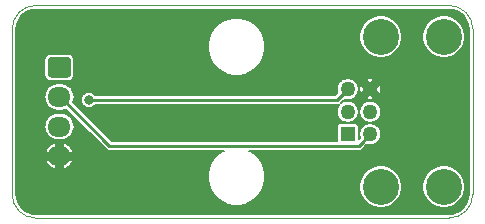
<source format=gbl>
G04 #@! TF.GenerationSoftware,KiCad,Pcbnew,(6.0.0-rc1-dev-1-g01c5bdfb8)*
G04 #@! TF.CreationDate,2019-01-02T15:00:54+01:00*
G04 #@! TF.ProjectId,nunchuk_breakout,6E756E6368756B5F627265616B6F7574,rev?*
G04 #@! TF.SameCoordinates,Original*
G04 #@! TF.FileFunction,Copper,L2,Bot,Signal*
G04 #@! TF.FilePolarity,Positive*
%FSLAX46Y46*%
G04 Gerber Fmt 4.6, Leading zero omitted, Abs format (unit mm)*
G04 Created by KiCad (PCBNEW (6.0.0-rc1-dev-1-g01c5bdfb8)) date Wed Jan  2 15:00:54 2019*
%MOMM*%
%LPD*%
G01*
G04 APERTURE LIST*
G04 #@! TA.AperFunction,NonConductor*
%ADD10C,0.100000*%
G04 #@! TD*
G04 #@! TA.AperFunction,Conductor*
%ADD11C,0.100000*%
G04 #@! TD*
G04 #@! TA.AperFunction,ComponentPad*
%ADD12C,1.700000*%
G04 #@! TD*
G04 #@! TA.AperFunction,ComponentPad*
%ADD13O,1.950000X1.700000*%
G04 #@! TD*
G04 #@! TA.AperFunction,ComponentPad*
%ADD14R,1.270000X1.270000*%
G04 #@! TD*
G04 #@! TA.AperFunction,ComponentPad*
%ADD15C,1.270000*%
G04 #@! TD*
G04 #@! TA.AperFunction,ComponentPad*
%ADD16C,3.048000*%
G04 #@! TD*
G04 #@! TA.AperFunction,ViaPad*
%ADD17C,0.800000*%
G04 #@! TD*
G04 #@! TA.AperFunction,Conductor*
%ADD18C,0.250000*%
G04 #@! TD*
G04 #@! TA.AperFunction,Conductor*
%ADD19C,0.200000*%
G04 #@! TD*
G04 APERTURE END LIST*
D10*
X133000000Y-91000000D02*
G75*
G02X135000000Y-93000000I0J-2000000D01*
G01*
X135000000Y-107000000D02*
G75*
G02X133000000Y-109000000I-2000000J0D01*
G01*
X98000000Y-109000000D02*
G75*
G02X96000000Y-107000000I0J2000000D01*
G01*
X96000000Y-93000000D02*
G75*
G02X98000000Y-91000000I2000000J0D01*
G01*
X135000000Y-107000000D02*
X135000000Y-93000000D01*
X98000000Y-109000000D02*
X133000000Y-109000000D01*
X96000000Y-93000000D02*
X96000000Y-107000000D01*
X133000000Y-91000000D02*
X98000000Y-91000000D01*
D11*
G04 #@! TO.N,VDD*
G04 #@! TO.C,J2*
G36*
X100749504Y-95401204D02*
X100773773Y-95404804D01*
X100797571Y-95410765D01*
X100820671Y-95419030D01*
X100842849Y-95429520D01*
X100863893Y-95442133D01*
X100883598Y-95456747D01*
X100901777Y-95473223D01*
X100918253Y-95491402D01*
X100932867Y-95511107D01*
X100945480Y-95532151D01*
X100955970Y-95554329D01*
X100964235Y-95577429D01*
X100970196Y-95601227D01*
X100973796Y-95625496D01*
X100975000Y-95650000D01*
X100975000Y-96850000D01*
X100973796Y-96874504D01*
X100970196Y-96898773D01*
X100964235Y-96922571D01*
X100955970Y-96945671D01*
X100945480Y-96967849D01*
X100932867Y-96988893D01*
X100918253Y-97008598D01*
X100901777Y-97026777D01*
X100883598Y-97043253D01*
X100863893Y-97057867D01*
X100842849Y-97070480D01*
X100820671Y-97080970D01*
X100797571Y-97089235D01*
X100773773Y-97095196D01*
X100749504Y-97098796D01*
X100725000Y-97100000D01*
X99275000Y-97100000D01*
X99250496Y-97098796D01*
X99226227Y-97095196D01*
X99202429Y-97089235D01*
X99179329Y-97080970D01*
X99157151Y-97070480D01*
X99136107Y-97057867D01*
X99116402Y-97043253D01*
X99098223Y-97026777D01*
X99081747Y-97008598D01*
X99067133Y-96988893D01*
X99054520Y-96967849D01*
X99044030Y-96945671D01*
X99035765Y-96922571D01*
X99029804Y-96898773D01*
X99026204Y-96874504D01*
X99025000Y-96850000D01*
X99025000Y-95650000D01*
X99026204Y-95625496D01*
X99029804Y-95601227D01*
X99035765Y-95577429D01*
X99044030Y-95554329D01*
X99054520Y-95532151D01*
X99067133Y-95511107D01*
X99081747Y-95491402D01*
X99098223Y-95473223D01*
X99116402Y-95456747D01*
X99136107Y-95442133D01*
X99157151Y-95429520D01*
X99179329Y-95419030D01*
X99202429Y-95410765D01*
X99226227Y-95404804D01*
X99250496Y-95401204D01*
X99275000Y-95400000D01*
X100725000Y-95400000D01*
X100749504Y-95401204D01*
X100749504Y-95401204D01*
G37*
D12*
G04 #@! TD*
G04 #@! TO.P,J2,1*
G04 #@! TO.N,VDD*
X100000000Y-96250000D03*
D13*
G04 #@! TO.P,J2,2*
G04 #@! TO.N,SCL*
X100000000Y-98750000D03*
G04 #@! TO.P,J2,3*
G04 #@! TO.N,SDA*
X100000000Y-101250000D03*
G04 #@! TO.P,J2,4*
G04 #@! TO.N,GND*
X100000000Y-103750000D03*
G04 #@! TD*
D14*
G04 #@! TO.P,P1,1*
G04 #@! TO.N,VCC*
X124412000Y-101905000D03*
D15*
G04 #@! TO.P,P1,2*
G04 #@! TO.N,SCL*
X126317000Y-101905000D03*
G04 #@! TO.P,P1,3*
G04 #@! TO.N,Net-(P1-Pad3)*
X124412000Y-100000000D03*
G04 #@! TO.P,P1,4*
G04 #@! TO.N,Net-(P1-Pad4)*
X126317000Y-100000000D03*
G04 #@! TO.P,P1,5*
G04 #@! TO.N,SDA*
X124412000Y-98095000D03*
G04 #@! TO.P,P1,6*
G04 #@! TO.N,GND*
X126317000Y-98095000D03*
D16*
G04 #@! TO.P,P1,*
G04 #@! TO.N,*
X127206000Y-106350000D03*
X132540000Y-93650000D03*
X132540000Y-106350000D03*
X127206000Y-93650000D03*
G04 #@! TD*
D17*
G04 #@! TO.N,GND*
X106500000Y-95000000D03*
X106500000Y-93000000D03*
G04 #@! TO.N,SDA*
X102500000Y-99000000D03*
G04 #@! TO.N,GND*
X106500000Y-102000000D03*
X120000000Y-104500000D03*
X120000000Y-95500000D03*
G04 #@! TD*
D18*
G04 #@! TO.N,SDA*
X123507000Y-99000000D02*
X124412000Y-98095000D01*
X102500000Y-99000000D02*
X123507000Y-99000000D01*
G04 #@! TO.N,SCL*
X100125000Y-98750000D02*
X104240001Y-102865001D01*
X125356999Y-102865001D02*
X125682001Y-102539999D01*
X100000000Y-98750000D02*
X100125000Y-98750000D01*
X125682001Y-102539999D02*
X126317000Y-101905000D01*
X104240001Y-102865001D02*
X125356999Y-102865001D01*
G04 #@! TD*
D19*
G04 #@! TO.N,GND*
G36*
X133320162Y-91383071D02*
X133628130Y-91476052D01*
X133912169Y-91627079D01*
X134161464Y-91830400D01*
X134366521Y-92078271D01*
X134519527Y-92361250D01*
X134614654Y-92668560D01*
X134650001Y-93004859D01*
X134650000Y-106982878D01*
X134616929Y-107320164D01*
X134523949Y-107628126D01*
X134372924Y-107912164D01*
X134169602Y-108161462D01*
X133921729Y-108366521D01*
X133638750Y-108519527D01*
X133331445Y-108614654D01*
X132995151Y-108650000D01*
X98017122Y-108650000D01*
X97679836Y-108616929D01*
X97371874Y-108523949D01*
X97087836Y-108372924D01*
X96838538Y-108169602D01*
X96633479Y-107921729D01*
X96480473Y-107638750D01*
X96385346Y-107331445D01*
X96350000Y-106995151D01*
X96350000Y-104219977D01*
X98825418Y-104219977D01*
X98860415Y-104270828D01*
X98981518Y-104458756D01*
X99136957Y-104619447D01*
X99320759Y-104746726D01*
X99525860Y-104835701D01*
X99700000Y-104801952D01*
X99700000Y-104050000D01*
X100300000Y-104050000D01*
X100300000Y-104801952D01*
X100474140Y-104835701D01*
X100679241Y-104746726D01*
X100863043Y-104619447D01*
X101018482Y-104458756D01*
X101139585Y-104270828D01*
X101174582Y-104219977D01*
X101157291Y-104050000D01*
X100300000Y-104050000D01*
X99700000Y-104050000D01*
X98842709Y-104050000D01*
X98825418Y-104219977D01*
X96350000Y-104219977D01*
X96350000Y-103280023D01*
X98825418Y-103280023D01*
X98842709Y-103450000D01*
X99700000Y-103450000D01*
X99700000Y-102698048D01*
X100300000Y-102698048D01*
X100300000Y-103450000D01*
X101157291Y-103450000D01*
X101174582Y-103280023D01*
X101139585Y-103229172D01*
X101018482Y-103041244D01*
X100863043Y-102880553D01*
X100679241Y-102753274D01*
X100474140Y-102664299D01*
X100300000Y-102698048D01*
X99700000Y-102698048D01*
X99525860Y-102664299D01*
X99320759Y-102753274D01*
X99136957Y-102880553D01*
X98981518Y-103041244D01*
X98860415Y-103229172D01*
X98825418Y-103280023D01*
X96350000Y-103280023D01*
X96350000Y-101250000D01*
X98719436Y-101250000D01*
X98741640Y-101475439D01*
X98807398Y-101692215D01*
X98914184Y-101891997D01*
X99057893Y-102067107D01*
X99233003Y-102210816D01*
X99432785Y-102317602D01*
X99649561Y-102383360D01*
X99818508Y-102400000D01*
X100181492Y-102400000D01*
X100350439Y-102383360D01*
X100567215Y-102317602D01*
X100766997Y-102210816D01*
X100942107Y-102067107D01*
X101085816Y-101891997D01*
X101192602Y-101692215D01*
X101258360Y-101475439D01*
X101280564Y-101250000D01*
X101258360Y-101024561D01*
X101192602Y-100807785D01*
X101085816Y-100608003D01*
X100942107Y-100432893D01*
X100766997Y-100289184D01*
X100567215Y-100182398D01*
X100350439Y-100116640D01*
X100181492Y-100100000D01*
X99818508Y-100100000D01*
X99649561Y-100116640D01*
X99432785Y-100182398D01*
X99233003Y-100289184D01*
X99057893Y-100432893D01*
X98914184Y-100608003D01*
X98807398Y-100807785D01*
X98741640Y-101024561D01*
X98719436Y-101250000D01*
X96350000Y-101250000D01*
X96350000Y-98750000D01*
X98719436Y-98750000D01*
X98741640Y-98975439D01*
X98807398Y-99192215D01*
X98914184Y-99391997D01*
X99057893Y-99567107D01*
X99233003Y-99710816D01*
X99432785Y-99817602D01*
X99649561Y-99883360D01*
X99818508Y-99900000D01*
X100181492Y-99900000D01*
X100350439Y-99883360D01*
X100567215Y-99817602D01*
X100583081Y-99809121D01*
X103924722Y-103150763D01*
X103938027Y-103166975D01*
X104002741Y-103220085D01*
X104076574Y-103259549D01*
X104132384Y-103276479D01*
X104156686Y-103283851D01*
X104165099Y-103284680D01*
X104219127Y-103290001D01*
X104219133Y-103290001D01*
X104240000Y-103292056D01*
X104260867Y-103290001D01*
X113933251Y-103290001D01*
X113839490Y-103328838D01*
X113438216Y-103596960D01*
X113096960Y-103938216D01*
X112828838Y-104339490D01*
X112644152Y-104785361D01*
X112550000Y-105258696D01*
X112550000Y-105741304D01*
X112644152Y-106214639D01*
X112828838Y-106660510D01*
X113096960Y-107061784D01*
X113438216Y-107403040D01*
X113839490Y-107671162D01*
X114285361Y-107855848D01*
X114758696Y-107950000D01*
X115241304Y-107950000D01*
X115714639Y-107855848D01*
X116160510Y-107671162D01*
X116561784Y-107403040D01*
X116903040Y-107061784D01*
X117171162Y-106660510D01*
X117355848Y-106214639D01*
X117364657Y-106170352D01*
X125382000Y-106170352D01*
X125382000Y-106529648D01*
X125452095Y-106882041D01*
X125589592Y-107213988D01*
X125789206Y-107512733D01*
X126043267Y-107766794D01*
X126342012Y-107966408D01*
X126673959Y-108103905D01*
X127026352Y-108174000D01*
X127385648Y-108174000D01*
X127738041Y-108103905D01*
X128069988Y-107966408D01*
X128368733Y-107766794D01*
X128622794Y-107512733D01*
X128822408Y-107213988D01*
X128959905Y-106882041D01*
X129030000Y-106529648D01*
X129030000Y-106170352D01*
X130716000Y-106170352D01*
X130716000Y-106529648D01*
X130786095Y-106882041D01*
X130923592Y-107213988D01*
X131123206Y-107512733D01*
X131377267Y-107766794D01*
X131676012Y-107966408D01*
X132007959Y-108103905D01*
X132360352Y-108174000D01*
X132719648Y-108174000D01*
X133072041Y-108103905D01*
X133403988Y-107966408D01*
X133702733Y-107766794D01*
X133956794Y-107512733D01*
X134156408Y-107213988D01*
X134293905Y-106882041D01*
X134364000Y-106529648D01*
X134364000Y-106170352D01*
X134293905Y-105817959D01*
X134156408Y-105486012D01*
X133956794Y-105187267D01*
X133702733Y-104933206D01*
X133403988Y-104733592D01*
X133072041Y-104596095D01*
X132719648Y-104526000D01*
X132360352Y-104526000D01*
X132007959Y-104596095D01*
X131676012Y-104733592D01*
X131377267Y-104933206D01*
X131123206Y-105187267D01*
X130923592Y-105486012D01*
X130786095Y-105817959D01*
X130716000Y-106170352D01*
X129030000Y-106170352D01*
X128959905Y-105817959D01*
X128822408Y-105486012D01*
X128622794Y-105187267D01*
X128368733Y-104933206D01*
X128069988Y-104733592D01*
X127738041Y-104596095D01*
X127385648Y-104526000D01*
X127026352Y-104526000D01*
X126673959Y-104596095D01*
X126342012Y-104733592D01*
X126043267Y-104933206D01*
X125789206Y-105187267D01*
X125589592Y-105486012D01*
X125452095Y-105817959D01*
X125382000Y-106170352D01*
X117364657Y-106170352D01*
X117450000Y-105741304D01*
X117450000Y-105258696D01*
X117355848Y-104785361D01*
X117171162Y-104339490D01*
X116903040Y-103938216D01*
X116561784Y-103596960D01*
X116160510Y-103328838D01*
X116066749Y-103290001D01*
X125336132Y-103290001D01*
X125356999Y-103292056D01*
X125377866Y-103290001D01*
X125377873Y-103290001D01*
X125440313Y-103283851D01*
X125520426Y-103259549D01*
X125594259Y-103220085D01*
X125658973Y-103166975D01*
X125672282Y-103150758D01*
X125997281Y-102825760D01*
X125997285Y-102825755D01*
X126026382Y-102796658D01*
X126044271Y-102804068D01*
X126224911Y-102840000D01*
X126409089Y-102840000D01*
X126589729Y-102804068D01*
X126759889Y-102733586D01*
X126913028Y-102631262D01*
X127043262Y-102501028D01*
X127145586Y-102347889D01*
X127216068Y-102177729D01*
X127252000Y-101997089D01*
X127252000Y-101812911D01*
X127216068Y-101632271D01*
X127145586Y-101462111D01*
X127043262Y-101308972D01*
X126913028Y-101178738D01*
X126759889Y-101076414D01*
X126589729Y-101005932D01*
X126409089Y-100970000D01*
X126224911Y-100970000D01*
X126044271Y-101005932D01*
X125874111Y-101076414D01*
X125720972Y-101178738D01*
X125590738Y-101308972D01*
X125488414Y-101462111D01*
X125417932Y-101632271D01*
X125382000Y-101812911D01*
X125382000Y-101997089D01*
X125417932Y-102177729D01*
X125425342Y-102195618D01*
X125396245Y-102224715D01*
X125396240Y-102224719D01*
X125348451Y-102272508D01*
X125348451Y-101270000D01*
X125342659Y-101211190D01*
X125325504Y-101154640D01*
X125297647Y-101102523D01*
X125260158Y-101056842D01*
X125214477Y-101019353D01*
X125162360Y-100991496D01*
X125105810Y-100974341D01*
X125047000Y-100968549D01*
X123777000Y-100968549D01*
X123718190Y-100974341D01*
X123661640Y-100991496D01*
X123609523Y-101019353D01*
X123563842Y-101056842D01*
X123526353Y-101102523D01*
X123498496Y-101154640D01*
X123481341Y-101211190D01*
X123475549Y-101270000D01*
X123475549Y-102440001D01*
X104416042Y-102440001D01*
X101184121Y-99208081D01*
X101192602Y-99192215D01*
X101258360Y-98975439D01*
X101262731Y-98931056D01*
X101800000Y-98931056D01*
X101800000Y-99068944D01*
X101826901Y-99204182D01*
X101879668Y-99331574D01*
X101956274Y-99446224D01*
X102053776Y-99543726D01*
X102168426Y-99620332D01*
X102295818Y-99673099D01*
X102431056Y-99700000D01*
X102568944Y-99700000D01*
X102704182Y-99673099D01*
X102831574Y-99620332D01*
X102946224Y-99543726D01*
X103043726Y-99446224D01*
X103057907Y-99425000D01*
X123486133Y-99425000D01*
X123507000Y-99427055D01*
X123527867Y-99425000D01*
X123527874Y-99425000D01*
X123590314Y-99418850D01*
X123670427Y-99394548D01*
X123723564Y-99366146D01*
X123685738Y-99403972D01*
X123583414Y-99557111D01*
X123512932Y-99727271D01*
X123477000Y-99907911D01*
X123477000Y-100092089D01*
X123512932Y-100272729D01*
X123583414Y-100442889D01*
X123685738Y-100596028D01*
X123815972Y-100726262D01*
X123969111Y-100828586D01*
X124139271Y-100899068D01*
X124319911Y-100935000D01*
X124504089Y-100935000D01*
X124684729Y-100899068D01*
X124854889Y-100828586D01*
X125008028Y-100726262D01*
X125138262Y-100596028D01*
X125240586Y-100442889D01*
X125311068Y-100272729D01*
X125347000Y-100092089D01*
X125347000Y-99907911D01*
X125382000Y-99907911D01*
X125382000Y-100092089D01*
X125417932Y-100272729D01*
X125488414Y-100442889D01*
X125590738Y-100596028D01*
X125720972Y-100726262D01*
X125874111Y-100828586D01*
X126044271Y-100899068D01*
X126224911Y-100935000D01*
X126409089Y-100935000D01*
X126589729Y-100899068D01*
X126759889Y-100828586D01*
X126913028Y-100726262D01*
X127043262Y-100596028D01*
X127145586Y-100442889D01*
X127216068Y-100272729D01*
X127252000Y-100092089D01*
X127252000Y-99907911D01*
X127216068Y-99727271D01*
X127145586Y-99557111D01*
X127043262Y-99403972D01*
X126913028Y-99273738D01*
X126759889Y-99171414D01*
X126589729Y-99100932D01*
X126409089Y-99065000D01*
X126224911Y-99065000D01*
X126044271Y-99100932D01*
X125874111Y-99171414D01*
X125720972Y-99273738D01*
X125590738Y-99403972D01*
X125488414Y-99557111D01*
X125417932Y-99727271D01*
X125382000Y-99907911D01*
X125347000Y-99907911D01*
X125311068Y-99727271D01*
X125240586Y-99557111D01*
X125138262Y-99403972D01*
X125008028Y-99273738D01*
X124854889Y-99171414D01*
X124684729Y-99100932D01*
X124504089Y-99065000D01*
X124319911Y-99065000D01*
X124139271Y-99100932D01*
X123969111Y-99171414D01*
X123871213Y-99236827D01*
X124121382Y-98986658D01*
X124139271Y-98994068D01*
X124319911Y-99030000D01*
X124504089Y-99030000D01*
X124684729Y-98994068D01*
X124854889Y-98923586D01*
X124919437Y-98880456D01*
X125955808Y-98880456D01*
X126036376Y-98991635D01*
X126216693Y-99029154D01*
X126400865Y-99030773D01*
X126581814Y-98996431D01*
X126597624Y-98991635D01*
X126678192Y-98880456D01*
X126317000Y-98519264D01*
X125955808Y-98880456D01*
X124919437Y-98880456D01*
X125008028Y-98821262D01*
X125138262Y-98691028D01*
X125240586Y-98537889D01*
X125311068Y-98367729D01*
X125347000Y-98187089D01*
X125347000Y-98178865D01*
X125381227Y-98178865D01*
X125415569Y-98359814D01*
X125420365Y-98375624D01*
X125531544Y-98456192D01*
X125892736Y-98095000D01*
X126741264Y-98095000D01*
X127102456Y-98456192D01*
X127213635Y-98375624D01*
X127251154Y-98195307D01*
X127252773Y-98011135D01*
X127218431Y-97830186D01*
X127213635Y-97814376D01*
X127102456Y-97733808D01*
X126741264Y-98095000D01*
X125892736Y-98095000D01*
X125531544Y-97733808D01*
X125420365Y-97814376D01*
X125382846Y-97994693D01*
X125381227Y-98178865D01*
X125347000Y-98178865D01*
X125347000Y-98002911D01*
X125311068Y-97822271D01*
X125240586Y-97652111D01*
X125138262Y-97498972D01*
X125008028Y-97368738D01*
X124919438Y-97309544D01*
X125955808Y-97309544D01*
X126317000Y-97670736D01*
X126678192Y-97309544D01*
X126597624Y-97198365D01*
X126417307Y-97160846D01*
X126233135Y-97159227D01*
X126052186Y-97193569D01*
X126036376Y-97198365D01*
X125955808Y-97309544D01*
X124919438Y-97309544D01*
X124854889Y-97266414D01*
X124684729Y-97195932D01*
X124504089Y-97160000D01*
X124319911Y-97160000D01*
X124139271Y-97195932D01*
X123969111Y-97266414D01*
X123815972Y-97368738D01*
X123685738Y-97498972D01*
X123583414Y-97652111D01*
X123512932Y-97822271D01*
X123477000Y-98002911D01*
X123477000Y-98187089D01*
X123512932Y-98367729D01*
X123520342Y-98385618D01*
X123330960Y-98575000D01*
X103057907Y-98575000D01*
X103043726Y-98553776D01*
X102946224Y-98456274D01*
X102831574Y-98379668D01*
X102704182Y-98326901D01*
X102568944Y-98300000D01*
X102431056Y-98300000D01*
X102295818Y-98326901D01*
X102168426Y-98379668D01*
X102053776Y-98456274D01*
X101956274Y-98553776D01*
X101879668Y-98668426D01*
X101826901Y-98795818D01*
X101800000Y-98931056D01*
X101262731Y-98931056D01*
X101280564Y-98750000D01*
X101258360Y-98524561D01*
X101192602Y-98307785D01*
X101085816Y-98108003D01*
X100942107Y-97932893D01*
X100766997Y-97789184D01*
X100567215Y-97682398D01*
X100350439Y-97616640D01*
X100181492Y-97600000D01*
X99818508Y-97600000D01*
X99649561Y-97616640D01*
X99432785Y-97682398D01*
X99233003Y-97789184D01*
X99057893Y-97932893D01*
X98914184Y-98108003D01*
X98807398Y-98307785D01*
X98741640Y-98524561D01*
X98719436Y-98750000D01*
X96350000Y-98750000D01*
X96350000Y-95650000D01*
X98723549Y-95650000D01*
X98723549Y-96850000D01*
X98734145Y-96957583D01*
X98765526Y-97061031D01*
X98816485Y-97156370D01*
X98885065Y-97239935D01*
X98968630Y-97308515D01*
X99063969Y-97359474D01*
X99167417Y-97390855D01*
X99275000Y-97401451D01*
X100725000Y-97401451D01*
X100832583Y-97390855D01*
X100936031Y-97359474D01*
X101031370Y-97308515D01*
X101114935Y-97239935D01*
X101183515Y-97156370D01*
X101234474Y-97061031D01*
X101265855Y-96957583D01*
X101276451Y-96850000D01*
X101276451Y-95650000D01*
X101265855Y-95542417D01*
X101234474Y-95438969D01*
X101183515Y-95343630D01*
X101114935Y-95260065D01*
X101031370Y-95191485D01*
X100936031Y-95140526D01*
X100832583Y-95109145D01*
X100725000Y-95098549D01*
X99275000Y-95098549D01*
X99167417Y-95109145D01*
X99063969Y-95140526D01*
X98968630Y-95191485D01*
X98885065Y-95260065D01*
X98816485Y-95343630D01*
X98765526Y-95438969D01*
X98734145Y-95542417D01*
X98723549Y-95650000D01*
X96350000Y-95650000D01*
X96350000Y-94258696D01*
X112550000Y-94258696D01*
X112550000Y-94741304D01*
X112644152Y-95214639D01*
X112828838Y-95660510D01*
X113096960Y-96061784D01*
X113438216Y-96403040D01*
X113839490Y-96671162D01*
X114285361Y-96855848D01*
X114758696Y-96950000D01*
X115241304Y-96950000D01*
X115714639Y-96855848D01*
X116160510Y-96671162D01*
X116561784Y-96403040D01*
X116903040Y-96061784D01*
X117171162Y-95660510D01*
X117355848Y-95214639D01*
X117450000Y-94741304D01*
X117450000Y-94258696D01*
X117355848Y-93785361D01*
X117225367Y-93470352D01*
X125382000Y-93470352D01*
X125382000Y-93829648D01*
X125452095Y-94182041D01*
X125589592Y-94513988D01*
X125789206Y-94812733D01*
X126043267Y-95066794D01*
X126342012Y-95266408D01*
X126673959Y-95403905D01*
X127026352Y-95474000D01*
X127385648Y-95474000D01*
X127738041Y-95403905D01*
X128069988Y-95266408D01*
X128368733Y-95066794D01*
X128622794Y-94812733D01*
X128822408Y-94513988D01*
X128959905Y-94182041D01*
X129030000Y-93829648D01*
X129030000Y-93470352D01*
X130716000Y-93470352D01*
X130716000Y-93829648D01*
X130786095Y-94182041D01*
X130923592Y-94513988D01*
X131123206Y-94812733D01*
X131377267Y-95066794D01*
X131676012Y-95266408D01*
X132007959Y-95403905D01*
X132360352Y-95474000D01*
X132719648Y-95474000D01*
X133072041Y-95403905D01*
X133403988Y-95266408D01*
X133702733Y-95066794D01*
X133956794Y-94812733D01*
X134156408Y-94513988D01*
X134293905Y-94182041D01*
X134364000Y-93829648D01*
X134364000Y-93470352D01*
X134293905Y-93117959D01*
X134156408Y-92786012D01*
X133956794Y-92487267D01*
X133702733Y-92233206D01*
X133403988Y-92033592D01*
X133072041Y-91896095D01*
X132719648Y-91826000D01*
X132360352Y-91826000D01*
X132007959Y-91896095D01*
X131676012Y-92033592D01*
X131377267Y-92233206D01*
X131123206Y-92487267D01*
X130923592Y-92786012D01*
X130786095Y-93117959D01*
X130716000Y-93470352D01*
X129030000Y-93470352D01*
X128959905Y-93117959D01*
X128822408Y-92786012D01*
X128622794Y-92487267D01*
X128368733Y-92233206D01*
X128069988Y-92033592D01*
X127738041Y-91896095D01*
X127385648Y-91826000D01*
X127026352Y-91826000D01*
X126673959Y-91896095D01*
X126342012Y-92033592D01*
X126043267Y-92233206D01*
X125789206Y-92487267D01*
X125589592Y-92786012D01*
X125452095Y-93117959D01*
X125382000Y-93470352D01*
X117225367Y-93470352D01*
X117171162Y-93339490D01*
X116903040Y-92938216D01*
X116561784Y-92596960D01*
X116160510Y-92328838D01*
X115714639Y-92144152D01*
X115241304Y-92050000D01*
X114758696Y-92050000D01*
X114285361Y-92144152D01*
X113839490Y-92328838D01*
X113438216Y-92596960D01*
X113096960Y-92938216D01*
X112828838Y-93339490D01*
X112644152Y-93785361D01*
X112550000Y-94258696D01*
X96350000Y-94258696D01*
X96350000Y-93017122D01*
X96383071Y-92679838D01*
X96476052Y-92371870D01*
X96627079Y-92087831D01*
X96830400Y-91838536D01*
X97078271Y-91633479D01*
X97361250Y-91480473D01*
X97668560Y-91385346D01*
X98004849Y-91350000D01*
X132982878Y-91350000D01*
X133320162Y-91383071D01*
X133320162Y-91383071D01*
G37*
X133320162Y-91383071D02*
X133628130Y-91476052D01*
X133912169Y-91627079D01*
X134161464Y-91830400D01*
X134366521Y-92078271D01*
X134519527Y-92361250D01*
X134614654Y-92668560D01*
X134650001Y-93004859D01*
X134650000Y-106982878D01*
X134616929Y-107320164D01*
X134523949Y-107628126D01*
X134372924Y-107912164D01*
X134169602Y-108161462D01*
X133921729Y-108366521D01*
X133638750Y-108519527D01*
X133331445Y-108614654D01*
X132995151Y-108650000D01*
X98017122Y-108650000D01*
X97679836Y-108616929D01*
X97371874Y-108523949D01*
X97087836Y-108372924D01*
X96838538Y-108169602D01*
X96633479Y-107921729D01*
X96480473Y-107638750D01*
X96385346Y-107331445D01*
X96350000Y-106995151D01*
X96350000Y-104219977D01*
X98825418Y-104219977D01*
X98860415Y-104270828D01*
X98981518Y-104458756D01*
X99136957Y-104619447D01*
X99320759Y-104746726D01*
X99525860Y-104835701D01*
X99700000Y-104801952D01*
X99700000Y-104050000D01*
X100300000Y-104050000D01*
X100300000Y-104801952D01*
X100474140Y-104835701D01*
X100679241Y-104746726D01*
X100863043Y-104619447D01*
X101018482Y-104458756D01*
X101139585Y-104270828D01*
X101174582Y-104219977D01*
X101157291Y-104050000D01*
X100300000Y-104050000D01*
X99700000Y-104050000D01*
X98842709Y-104050000D01*
X98825418Y-104219977D01*
X96350000Y-104219977D01*
X96350000Y-103280023D01*
X98825418Y-103280023D01*
X98842709Y-103450000D01*
X99700000Y-103450000D01*
X99700000Y-102698048D01*
X100300000Y-102698048D01*
X100300000Y-103450000D01*
X101157291Y-103450000D01*
X101174582Y-103280023D01*
X101139585Y-103229172D01*
X101018482Y-103041244D01*
X100863043Y-102880553D01*
X100679241Y-102753274D01*
X100474140Y-102664299D01*
X100300000Y-102698048D01*
X99700000Y-102698048D01*
X99525860Y-102664299D01*
X99320759Y-102753274D01*
X99136957Y-102880553D01*
X98981518Y-103041244D01*
X98860415Y-103229172D01*
X98825418Y-103280023D01*
X96350000Y-103280023D01*
X96350000Y-101250000D01*
X98719436Y-101250000D01*
X98741640Y-101475439D01*
X98807398Y-101692215D01*
X98914184Y-101891997D01*
X99057893Y-102067107D01*
X99233003Y-102210816D01*
X99432785Y-102317602D01*
X99649561Y-102383360D01*
X99818508Y-102400000D01*
X100181492Y-102400000D01*
X100350439Y-102383360D01*
X100567215Y-102317602D01*
X100766997Y-102210816D01*
X100942107Y-102067107D01*
X101085816Y-101891997D01*
X101192602Y-101692215D01*
X101258360Y-101475439D01*
X101280564Y-101250000D01*
X101258360Y-101024561D01*
X101192602Y-100807785D01*
X101085816Y-100608003D01*
X100942107Y-100432893D01*
X100766997Y-100289184D01*
X100567215Y-100182398D01*
X100350439Y-100116640D01*
X100181492Y-100100000D01*
X99818508Y-100100000D01*
X99649561Y-100116640D01*
X99432785Y-100182398D01*
X99233003Y-100289184D01*
X99057893Y-100432893D01*
X98914184Y-100608003D01*
X98807398Y-100807785D01*
X98741640Y-101024561D01*
X98719436Y-101250000D01*
X96350000Y-101250000D01*
X96350000Y-98750000D01*
X98719436Y-98750000D01*
X98741640Y-98975439D01*
X98807398Y-99192215D01*
X98914184Y-99391997D01*
X99057893Y-99567107D01*
X99233003Y-99710816D01*
X99432785Y-99817602D01*
X99649561Y-99883360D01*
X99818508Y-99900000D01*
X100181492Y-99900000D01*
X100350439Y-99883360D01*
X100567215Y-99817602D01*
X100583081Y-99809121D01*
X103924722Y-103150763D01*
X103938027Y-103166975D01*
X104002741Y-103220085D01*
X104076574Y-103259549D01*
X104132384Y-103276479D01*
X104156686Y-103283851D01*
X104165099Y-103284680D01*
X104219127Y-103290001D01*
X104219133Y-103290001D01*
X104240000Y-103292056D01*
X104260867Y-103290001D01*
X113933251Y-103290001D01*
X113839490Y-103328838D01*
X113438216Y-103596960D01*
X113096960Y-103938216D01*
X112828838Y-104339490D01*
X112644152Y-104785361D01*
X112550000Y-105258696D01*
X112550000Y-105741304D01*
X112644152Y-106214639D01*
X112828838Y-106660510D01*
X113096960Y-107061784D01*
X113438216Y-107403040D01*
X113839490Y-107671162D01*
X114285361Y-107855848D01*
X114758696Y-107950000D01*
X115241304Y-107950000D01*
X115714639Y-107855848D01*
X116160510Y-107671162D01*
X116561784Y-107403040D01*
X116903040Y-107061784D01*
X117171162Y-106660510D01*
X117355848Y-106214639D01*
X117364657Y-106170352D01*
X125382000Y-106170352D01*
X125382000Y-106529648D01*
X125452095Y-106882041D01*
X125589592Y-107213988D01*
X125789206Y-107512733D01*
X126043267Y-107766794D01*
X126342012Y-107966408D01*
X126673959Y-108103905D01*
X127026352Y-108174000D01*
X127385648Y-108174000D01*
X127738041Y-108103905D01*
X128069988Y-107966408D01*
X128368733Y-107766794D01*
X128622794Y-107512733D01*
X128822408Y-107213988D01*
X128959905Y-106882041D01*
X129030000Y-106529648D01*
X129030000Y-106170352D01*
X130716000Y-106170352D01*
X130716000Y-106529648D01*
X130786095Y-106882041D01*
X130923592Y-107213988D01*
X131123206Y-107512733D01*
X131377267Y-107766794D01*
X131676012Y-107966408D01*
X132007959Y-108103905D01*
X132360352Y-108174000D01*
X132719648Y-108174000D01*
X133072041Y-108103905D01*
X133403988Y-107966408D01*
X133702733Y-107766794D01*
X133956794Y-107512733D01*
X134156408Y-107213988D01*
X134293905Y-106882041D01*
X134364000Y-106529648D01*
X134364000Y-106170352D01*
X134293905Y-105817959D01*
X134156408Y-105486012D01*
X133956794Y-105187267D01*
X133702733Y-104933206D01*
X133403988Y-104733592D01*
X133072041Y-104596095D01*
X132719648Y-104526000D01*
X132360352Y-104526000D01*
X132007959Y-104596095D01*
X131676012Y-104733592D01*
X131377267Y-104933206D01*
X131123206Y-105187267D01*
X130923592Y-105486012D01*
X130786095Y-105817959D01*
X130716000Y-106170352D01*
X129030000Y-106170352D01*
X128959905Y-105817959D01*
X128822408Y-105486012D01*
X128622794Y-105187267D01*
X128368733Y-104933206D01*
X128069988Y-104733592D01*
X127738041Y-104596095D01*
X127385648Y-104526000D01*
X127026352Y-104526000D01*
X126673959Y-104596095D01*
X126342012Y-104733592D01*
X126043267Y-104933206D01*
X125789206Y-105187267D01*
X125589592Y-105486012D01*
X125452095Y-105817959D01*
X125382000Y-106170352D01*
X117364657Y-106170352D01*
X117450000Y-105741304D01*
X117450000Y-105258696D01*
X117355848Y-104785361D01*
X117171162Y-104339490D01*
X116903040Y-103938216D01*
X116561784Y-103596960D01*
X116160510Y-103328838D01*
X116066749Y-103290001D01*
X125336132Y-103290001D01*
X125356999Y-103292056D01*
X125377866Y-103290001D01*
X125377873Y-103290001D01*
X125440313Y-103283851D01*
X125520426Y-103259549D01*
X125594259Y-103220085D01*
X125658973Y-103166975D01*
X125672282Y-103150758D01*
X125997281Y-102825760D01*
X125997285Y-102825755D01*
X126026382Y-102796658D01*
X126044271Y-102804068D01*
X126224911Y-102840000D01*
X126409089Y-102840000D01*
X126589729Y-102804068D01*
X126759889Y-102733586D01*
X126913028Y-102631262D01*
X127043262Y-102501028D01*
X127145586Y-102347889D01*
X127216068Y-102177729D01*
X127252000Y-101997089D01*
X127252000Y-101812911D01*
X127216068Y-101632271D01*
X127145586Y-101462111D01*
X127043262Y-101308972D01*
X126913028Y-101178738D01*
X126759889Y-101076414D01*
X126589729Y-101005932D01*
X126409089Y-100970000D01*
X126224911Y-100970000D01*
X126044271Y-101005932D01*
X125874111Y-101076414D01*
X125720972Y-101178738D01*
X125590738Y-101308972D01*
X125488414Y-101462111D01*
X125417932Y-101632271D01*
X125382000Y-101812911D01*
X125382000Y-101997089D01*
X125417932Y-102177729D01*
X125425342Y-102195618D01*
X125396245Y-102224715D01*
X125396240Y-102224719D01*
X125348451Y-102272508D01*
X125348451Y-101270000D01*
X125342659Y-101211190D01*
X125325504Y-101154640D01*
X125297647Y-101102523D01*
X125260158Y-101056842D01*
X125214477Y-101019353D01*
X125162360Y-100991496D01*
X125105810Y-100974341D01*
X125047000Y-100968549D01*
X123777000Y-100968549D01*
X123718190Y-100974341D01*
X123661640Y-100991496D01*
X123609523Y-101019353D01*
X123563842Y-101056842D01*
X123526353Y-101102523D01*
X123498496Y-101154640D01*
X123481341Y-101211190D01*
X123475549Y-101270000D01*
X123475549Y-102440001D01*
X104416042Y-102440001D01*
X101184121Y-99208081D01*
X101192602Y-99192215D01*
X101258360Y-98975439D01*
X101262731Y-98931056D01*
X101800000Y-98931056D01*
X101800000Y-99068944D01*
X101826901Y-99204182D01*
X101879668Y-99331574D01*
X101956274Y-99446224D01*
X102053776Y-99543726D01*
X102168426Y-99620332D01*
X102295818Y-99673099D01*
X102431056Y-99700000D01*
X102568944Y-99700000D01*
X102704182Y-99673099D01*
X102831574Y-99620332D01*
X102946224Y-99543726D01*
X103043726Y-99446224D01*
X103057907Y-99425000D01*
X123486133Y-99425000D01*
X123507000Y-99427055D01*
X123527867Y-99425000D01*
X123527874Y-99425000D01*
X123590314Y-99418850D01*
X123670427Y-99394548D01*
X123723564Y-99366146D01*
X123685738Y-99403972D01*
X123583414Y-99557111D01*
X123512932Y-99727271D01*
X123477000Y-99907911D01*
X123477000Y-100092089D01*
X123512932Y-100272729D01*
X123583414Y-100442889D01*
X123685738Y-100596028D01*
X123815972Y-100726262D01*
X123969111Y-100828586D01*
X124139271Y-100899068D01*
X124319911Y-100935000D01*
X124504089Y-100935000D01*
X124684729Y-100899068D01*
X124854889Y-100828586D01*
X125008028Y-100726262D01*
X125138262Y-100596028D01*
X125240586Y-100442889D01*
X125311068Y-100272729D01*
X125347000Y-100092089D01*
X125347000Y-99907911D01*
X125382000Y-99907911D01*
X125382000Y-100092089D01*
X125417932Y-100272729D01*
X125488414Y-100442889D01*
X125590738Y-100596028D01*
X125720972Y-100726262D01*
X125874111Y-100828586D01*
X126044271Y-100899068D01*
X126224911Y-100935000D01*
X126409089Y-100935000D01*
X126589729Y-100899068D01*
X126759889Y-100828586D01*
X126913028Y-100726262D01*
X127043262Y-100596028D01*
X127145586Y-100442889D01*
X127216068Y-100272729D01*
X127252000Y-100092089D01*
X127252000Y-99907911D01*
X127216068Y-99727271D01*
X127145586Y-99557111D01*
X127043262Y-99403972D01*
X126913028Y-99273738D01*
X126759889Y-99171414D01*
X126589729Y-99100932D01*
X126409089Y-99065000D01*
X126224911Y-99065000D01*
X126044271Y-99100932D01*
X125874111Y-99171414D01*
X125720972Y-99273738D01*
X125590738Y-99403972D01*
X125488414Y-99557111D01*
X125417932Y-99727271D01*
X125382000Y-99907911D01*
X125347000Y-99907911D01*
X125311068Y-99727271D01*
X125240586Y-99557111D01*
X125138262Y-99403972D01*
X125008028Y-99273738D01*
X124854889Y-99171414D01*
X124684729Y-99100932D01*
X124504089Y-99065000D01*
X124319911Y-99065000D01*
X124139271Y-99100932D01*
X123969111Y-99171414D01*
X123871213Y-99236827D01*
X124121382Y-98986658D01*
X124139271Y-98994068D01*
X124319911Y-99030000D01*
X124504089Y-99030000D01*
X124684729Y-98994068D01*
X124854889Y-98923586D01*
X124919437Y-98880456D01*
X125955808Y-98880456D01*
X126036376Y-98991635D01*
X126216693Y-99029154D01*
X126400865Y-99030773D01*
X126581814Y-98996431D01*
X126597624Y-98991635D01*
X126678192Y-98880456D01*
X126317000Y-98519264D01*
X125955808Y-98880456D01*
X124919437Y-98880456D01*
X125008028Y-98821262D01*
X125138262Y-98691028D01*
X125240586Y-98537889D01*
X125311068Y-98367729D01*
X125347000Y-98187089D01*
X125347000Y-98178865D01*
X125381227Y-98178865D01*
X125415569Y-98359814D01*
X125420365Y-98375624D01*
X125531544Y-98456192D01*
X125892736Y-98095000D01*
X126741264Y-98095000D01*
X127102456Y-98456192D01*
X127213635Y-98375624D01*
X127251154Y-98195307D01*
X127252773Y-98011135D01*
X127218431Y-97830186D01*
X127213635Y-97814376D01*
X127102456Y-97733808D01*
X126741264Y-98095000D01*
X125892736Y-98095000D01*
X125531544Y-97733808D01*
X125420365Y-97814376D01*
X125382846Y-97994693D01*
X125381227Y-98178865D01*
X125347000Y-98178865D01*
X125347000Y-98002911D01*
X125311068Y-97822271D01*
X125240586Y-97652111D01*
X125138262Y-97498972D01*
X125008028Y-97368738D01*
X124919438Y-97309544D01*
X125955808Y-97309544D01*
X126317000Y-97670736D01*
X126678192Y-97309544D01*
X126597624Y-97198365D01*
X126417307Y-97160846D01*
X126233135Y-97159227D01*
X126052186Y-97193569D01*
X126036376Y-97198365D01*
X125955808Y-97309544D01*
X124919438Y-97309544D01*
X124854889Y-97266414D01*
X124684729Y-97195932D01*
X124504089Y-97160000D01*
X124319911Y-97160000D01*
X124139271Y-97195932D01*
X123969111Y-97266414D01*
X123815972Y-97368738D01*
X123685738Y-97498972D01*
X123583414Y-97652111D01*
X123512932Y-97822271D01*
X123477000Y-98002911D01*
X123477000Y-98187089D01*
X123512932Y-98367729D01*
X123520342Y-98385618D01*
X123330960Y-98575000D01*
X103057907Y-98575000D01*
X103043726Y-98553776D01*
X102946224Y-98456274D01*
X102831574Y-98379668D01*
X102704182Y-98326901D01*
X102568944Y-98300000D01*
X102431056Y-98300000D01*
X102295818Y-98326901D01*
X102168426Y-98379668D01*
X102053776Y-98456274D01*
X101956274Y-98553776D01*
X101879668Y-98668426D01*
X101826901Y-98795818D01*
X101800000Y-98931056D01*
X101262731Y-98931056D01*
X101280564Y-98750000D01*
X101258360Y-98524561D01*
X101192602Y-98307785D01*
X101085816Y-98108003D01*
X100942107Y-97932893D01*
X100766997Y-97789184D01*
X100567215Y-97682398D01*
X100350439Y-97616640D01*
X100181492Y-97600000D01*
X99818508Y-97600000D01*
X99649561Y-97616640D01*
X99432785Y-97682398D01*
X99233003Y-97789184D01*
X99057893Y-97932893D01*
X98914184Y-98108003D01*
X98807398Y-98307785D01*
X98741640Y-98524561D01*
X98719436Y-98750000D01*
X96350000Y-98750000D01*
X96350000Y-95650000D01*
X98723549Y-95650000D01*
X98723549Y-96850000D01*
X98734145Y-96957583D01*
X98765526Y-97061031D01*
X98816485Y-97156370D01*
X98885065Y-97239935D01*
X98968630Y-97308515D01*
X99063969Y-97359474D01*
X99167417Y-97390855D01*
X99275000Y-97401451D01*
X100725000Y-97401451D01*
X100832583Y-97390855D01*
X100936031Y-97359474D01*
X101031370Y-97308515D01*
X101114935Y-97239935D01*
X101183515Y-97156370D01*
X101234474Y-97061031D01*
X101265855Y-96957583D01*
X101276451Y-96850000D01*
X101276451Y-95650000D01*
X101265855Y-95542417D01*
X101234474Y-95438969D01*
X101183515Y-95343630D01*
X101114935Y-95260065D01*
X101031370Y-95191485D01*
X100936031Y-95140526D01*
X100832583Y-95109145D01*
X100725000Y-95098549D01*
X99275000Y-95098549D01*
X99167417Y-95109145D01*
X99063969Y-95140526D01*
X98968630Y-95191485D01*
X98885065Y-95260065D01*
X98816485Y-95343630D01*
X98765526Y-95438969D01*
X98734145Y-95542417D01*
X98723549Y-95650000D01*
X96350000Y-95650000D01*
X96350000Y-94258696D01*
X112550000Y-94258696D01*
X112550000Y-94741304D01*
X112644152Y-95214639D01*
X112828838Y-95660510D01*
X113096960Y-96061784D01*
X113438216Y-96403040D01*
X113839490Y-96671162D01*
X114285361Y-96855848D01*
X114758696Y-96950000D01*
X115241304Y-96950000D01*
X115714639Y-96855848D01*
X116160510Y-96671162D01*
X116561784Y-96403040D01*
X116903040Y-96061784D01*
X117171162Y-95660510D01*
X117355848Y-95214639D01*
X117450000Y-94741304D01*
X117450000Y-94258696D01*
X117355848Y-93785361D01*
X117225367Y-93470352D01*
X125382000Y-93470352D01*
X125382000Y-93829648D01*
X125452095Y-94182041D01*
X125589592Y-94513988D01*
X125789206Y-94812733D01*
X126043267Y-95066794D01*
X126342012Y-95266408D01*
X126673959Y-95403905D01*
X127026352Y-95474000D01*
X127385648Y-95474000D01*
X127738041Y-95403905D01*
X128069988Y-95266408D01*
X128368733Y-95066794D01*
X128622794Y-94812733D01*
X128822408Y-94513988D01*
X128959905Y-94182041D01*
X129030000Y-93829648D01*
X129030000Y-93470352D01*
X130716000Y-93470352D01*
X130716000Y-93829648D01*
X130786095Y-94182041D01*
X130923592Y-94513988D01*
X131123206Y-94812733D01*
X131377267Y-95066794D01*
X131676012Y-95266408D01*
X132007959Y-95403905D01*
X132360352Y-95474000D01*
X132719648Y-95474000D01*
X133072041Y-95403905D01*
X133403988Y-95266408D01*
X133702733Y-95066794D01*
X133956794Y-94812733D01*
X134156408Y-94513988D01*
X134293905Y-94182041D01*
X134364000Y-93829648D01*
X134364000Y-93470352D01*
X134293905Y-93117959D01*
X134156408Y-92786012D01*
X133956794Y-92487267D01*
X133702733Y-92233206D01*
X133403988Y-92033592D01*
X133072041Y-91896095D01*
X132719648Y-91826000D01*
X132360352Y-91826000D01*
X132007959Y-91896095D01*
X131676012Y-92033592D01*
X131377267Y-92233206D01*
X131123206Y-92487267D01*
X130923592Y-92786012D01*
X130786095Y-93117959D01*
X130716000Y-93470352D01*
X129030000Y-93470352D01*
X128959905Y-93117959D01*
X128822408Y-92786012D01*
X128622794Y-92487267D01*
X128368733Y-92233206D01*
X128069988Y-92033592D01*
X127738041Y-91896095D01*
X127385648Y-91826000D01*
X127026352Y-91826000D01*
X126673959Y-91896095D01*
X126342012Y-92033592D01*
X126043267Y-92233206D01*
X125789206Y-92487267D01*
X125589592Y-92786012D01*
X125452095Y-93117959D01*
X125382000Y-93470352D01*
X117225367Y-93470352D01*
X117171162Y-93339490D01*
X116903040Y-92938216D01*
X116561784Y-92596960D01*
X116160510Y-92328838D01*
X115714639Y-92144152D01*
X115241304Y-92050000D01*
X114758696Y-92050000D01*
X114285361Y-92144152D01*
X113839490Y-92328838D01*
X113438216Y-92596960D01*
X113096960Y-92938216D01*
X112828838Y-93339490D01*
X112644152Y-93785361D01*
X112550000Y-94258696D01*
X96350000Y-94258696D01*
X96350000Y-93017122D01*
X96383071Y-92679838D01*
X96476052Y-92371870D01*
X96627079Y-92087831D01*
X96830400Y-91838536D01*
X97078271Y-91633479D01*
X97361250Y-91480473D01*
X97668560Y-91385346D01*
X98004849Y-91350000D01*
X132982878Y-91350000D01*
X133320162Y-91383071D01*
G04 #@! TD*
M02*

</source>
